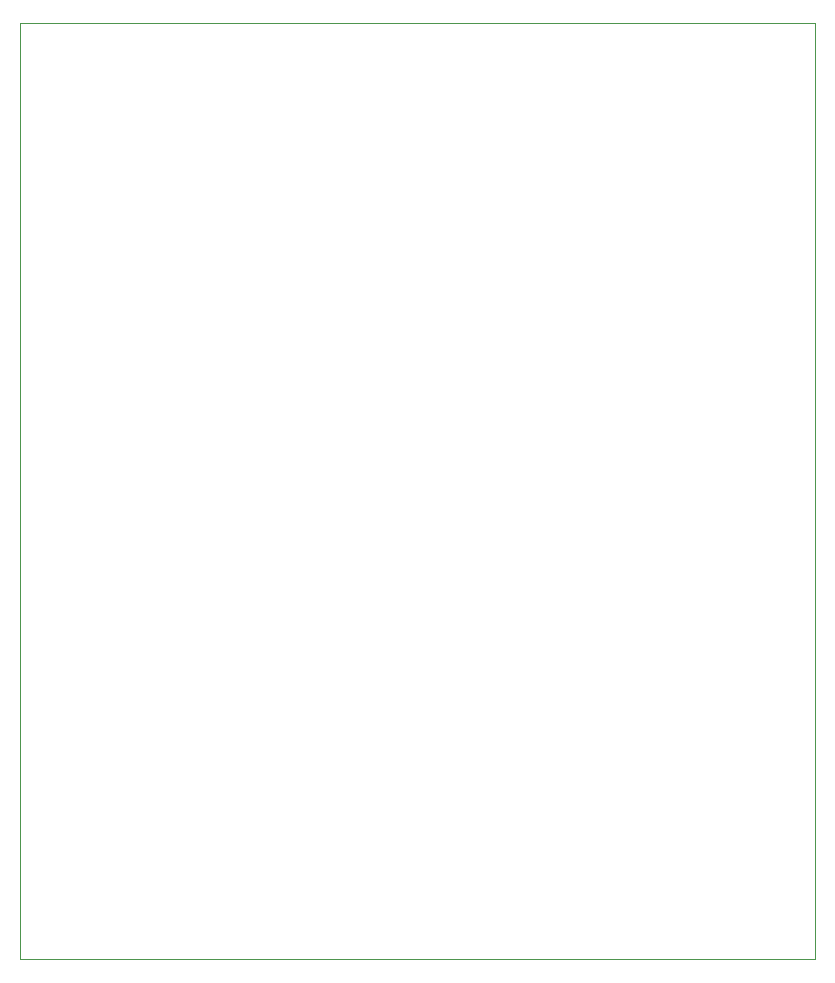
<source format=gbr>
G04*
G04 #@! TF.GenerationSoftware,Altium Limited,Altium Designer,23.5.1 (21)*
G04*
G04 Layer_Color=0*
%FSLAX25Y25*%
%MOIN*%
G70*
G04*
G04 #@! TF.SameCoordinates,62E66B6F-0332-4FDC-AC1A-6E2C05ECB38F*
G04*
G04*
G04 #@! TF.FilePolarity,Positive*
G04*
G01*
G75*
%ADD74C,0.00100*%
D74*
X317000Y435500D02*
Y747500D01*
X582000D01*
Y435500D01*
X317000D01*
M02*

</source>
